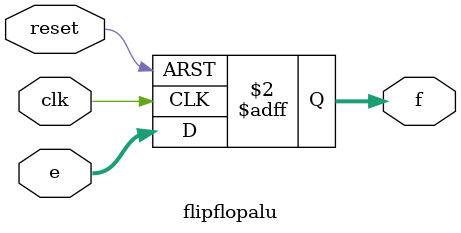
<source format=sv>
module flipflopalu 
              (input  logic    clk, reset,
               input  logic [3:0] e, 
               output logic [3:0] f);

  always_ff @(posedge clk, posedge reset)
    if (reset) f <= 0;
    else       f <= e;
endmodule
</source>
